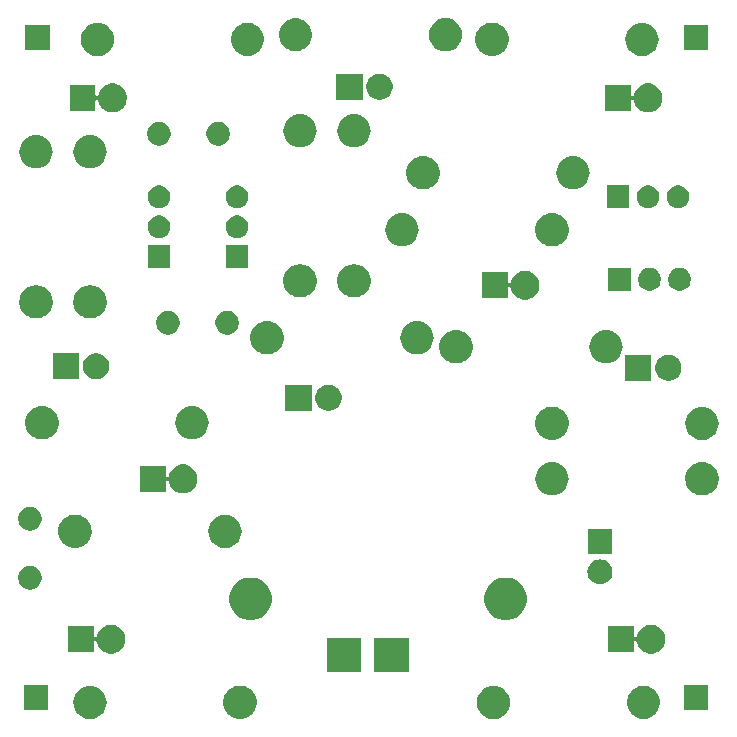
<source format=gbr>
G04 #@! TF.GenerationSoftware,KiCad,Pcbnew,(5.0.1)-4*
G04 #@! TF.CreationDate,2019-02-28T18:49:44-05:00*
G04 #@! TF.ProjectId,km-skillz-badge-kit,6B6D2D736B696C6C7A2D62616467652D,rev?*
G04 #@! TF.SameCoordinates,Original*
G04 #@! TF.FileFunction,Soldermask,Top*
G04 #@! TF.FilePolarity,Negative*
%FSLAX46Y46*%
G04 Gerber Fmt 4.6, Leading zero omitted, Abs format (unit mm)*
G04 Created by KiCad (PCBNEW (5.0.1)-4) date 2/28/2019 6:49:44 PM*
%MOMM*%
%LPD*%
G01*
G04 APERTURE LIST*
%ADD10C,0.100000*%
G04 APERTURE END LIST*
D10*
G36*
X139940276Y-110758104D02*
X140109299Y-110791725D01*
X140364664Y-110897500D01*
X140594488Y-111051064D01*
X140789936Y-111246512D01*
X140943500Y-111476336D01*
X141049275Y-111731701D01*
X141103200Y-112002798D01*
X141103200Y-112279202D01*
X141049275Y-112550299D01*
X140943500Y-112805664D01*
X140789936Y-113035488D01*
X140594488Y-113230936D01*
X140364664Y-113384500D01*
X140109299Y-113490275D01*
X139973751Y-113517237D01*
X139838203Y-113544200D01*
X139561797Y-113544200D01*
X139426249Y-113517237D01*
X139290701Y-113490275D01*
X139035336Y-113384500D01*
X138805512Y-113230936D01*
X138610064Y-113035488D01*
X138456500Y-112805664D01*
X138350725Y-112550299D01*
X138296800Y-112279202D01*
X138296800Y-112002798D01*
X138350725Y-111731701D01*
X138456500Y-111476336D01*
X138610064Y-111246512D01*
X138805512Y-111051064D01*
X139035336Y-110897500D01*
X139290701Y-110791725D01*
X139459724Y-110758104D01*
X139561797Y-110737800D01*
X139838203Y-110737800D01*
X139940276Y-110758104D01*
X139940276Y-110758104D01*
G37*
G36*
X161438075Y-110758104D02*
X161702579Y-110838340D01*
X161946348Y-110968637D01*
X162160013Y-111143987D01*
X162335363Y-111357652D01*
X162465660Y-111601421D01*
X162545896Y-111865925D01*
X162572989Y-112141000D01*
X162545896Y-112416075D01*
X162465660Y-112680579D01*
X162335363Y-112924348D01*
X162160013Y-113138013D01*
X161946348Y-113313363D01*
X161702579Y-113443660D01*
X161702576Y-113443661D01*
X161438075Y-113523896D01*
X161231929Y-113544200D01*
X161094071Y-113544200D01*
X160887925Y-113523896D01*
X160623424Y-113443661D01*
X160623421Y-113443660D01*
X160379652Y-113313363D01*
X160165987Y-113138013D01*
X159990637Y-112924348D01*
X159860340Y-112680579D01*
X159780104Y-112416075D01*
X159753011Y-112141000D01*
X159780104Y-111865925D01*
X159860340Y-111601421D01*
X159990637Y-111357652D01*
X160165987Y-111143987D01*
X160379652Y-110968637D01*
X160623421Y-110838340D01*
X160887925Y-110758104D01*
X161094071Y-110737800D01*
X161231929Y-110737800D01*
X161438075Y-110758104D01*
X161438075Y-110758104D01*
G37*
G36*
X174103276Y-110758104D02*
X174272299Y-110791725D01*
X174527664Y-110897500D01*
X174757488Y-111051064D01*
X174952936Y-111246512D01*
X175106500Y-111476336D01*
X175212275Y-111731701D01*
X175266200Y-112002798D01*
X175266200Y-112279202D01*
X175212275Y-112550299D01*
X175106500Y-112805664D01*
X174952936Y-113035488D01*
X174757488Y-113230936D01*
X174527664Y-113384500D01*
X174272299Y-113490275D01*
X174136751Y-113517237D01*
X174001203Y-113544200D01*
X173724797Y-113544200D01*
X173589249Y-113517237D01*
X173453701Y-113490275D01*
X173198336Y-113384500D01*
X172968512Y-113230936D01*
X172773064Y-113035488D01*
X172619500Y-112805664D01*
X172513725Y-112550299D01*
X172459800Y-112279202D01*
X172459800Y-112002798D01*
X172513725Y-111731701D01*
X172619500Y-111476336D01*
X172773064Y-111246512D01*
X172968512Y-111051064D01*
X173198336Y-110897500D01*
X173453701Y-110791725D01*
X173622724Y-110758104D01*
X173724797Y-110737800D01*
X174001203Y-110737800D01*
X174103276Y-110758104D01*
X174103276Y-110758104D01*
G37*
G36*
X127275075Y-110758104D02*
X127539579Y-110838340D01*
X127783348Y-110968637D01*
X127997013Y-111143987D01*
X128172363Y-111357652D01*
X128302660Y-111601421D01*
X128382896Y-111865925D01*
X128409989Y-112141000D01*
X128382896Y-112416075D01*
X128302660Y-112680579D01*
X128172363Y-112924348D01*
X127997013Y-113138013D01*
X127783348Y-113313363D01*
X127539579Y-113443660D01*
X127539576Y-113443661D01*
X127275075Y-113523896D01*
X127068929Y-113544200D01*
X126931071Y-113544200D01*
X126724925Y-113523896D01*
X126460424Y-113443661D01*
X126460421Y-113443660D01*
X126216652Y-113313363D01*
X126002987Y-113138013D01*
X125827637Y-112924348D01*
X125697340Y-112680579D01*
X125617104Y-112416075D01*
X125590011Y-112141000D01*
X125617104Y-111865925D01*
X125697340Y-111601421D01*
X125827637Y-111357652D01*
X126002987Y-111143987D01*
X126216652Y-110968637D01*
X126460421Y-110838340D01*
X126724925Y-110758104D01*
X126931071Y-110737800D01*
X127068929Y-110737800D01*
X127275075Y-110758104D01*
X127275075Y-110758104D01*
G37*
G36*
X179361200Y-112813200D02*
X177254800Y-112813200D01*
X177254800Y-110706800D01*
X179361200Y-110706800D01*
X179361200Y-112813200D01*
X179361200Y-112813200D01*
G37*
G36*
X123481200Y-112813200D02*
X121374800Y-112813200D01*
X121374800Y-110706800D01*
X123481200Y-110706800D01*
X123481200Y-112813200D01*
X123481200Y-112813200D01*
G37*
G36*
X149974800Y-109606400D02*
X147028400Y-109606400D01*
X147028400Y-106700000D01*
X149974800Y-106700000D01*
X149974800Y-109606400D01*
X149974800Y-109606400D01*
G37*
G36*
X153974800Y-109606400D02*
X151028400Y-109606400D01*
X151028400Y-106700000D01*
X153974800Y-106700000D01*
X153974800Y-109606400D01*
X153974800Y-109606400D01*
G37*
G36*
X174657160Y-105595573D02*
X174853627Y-105634652D01*
X174993546Y-105692609D01*
X175075508Y-105726559D01*
X175075509Y-105726560D01*
X175275193Y-105859984D01*
X175445016Y-106029807D01*
X175533965Y-106162930D01*
X175578441Y-106229492D01*
X175612391Y-106311454D01*
X175670348Y-106451373D01*
X175707175Y-106636518D01*
X175717200Y-106686919D01*
X175717200Y-106927081D01*
X175714088Y-106942725D01*
X175670348Y-107162627D01*
X175612391Y-107302546D01*
X175578441Y-107384508D01*
X175578440Y-107384509D01*
X175445016Y-107584193D01*
X175275193Y-107754016D01*
X175142070Y-107842965D01*
X175075508Y-107887441D01*
X174993546Y-107921391D01*
X174853627Y-107979348D01*
X174657160Y-108018427D01*
X174618081Y-108026200D01*
X174377919Y-108026200D01*
X174338840Y-108018427D01*
X174142373Y-107979348D01*
X174002454Y-107921391D01*
X173920492Y-107887441D01*
X173853930Y-107842965D01*
X173720807Y-107754016D01*
X173550984Y-107584193D01*
X173417560Y-107384509D01*
X173417559Y-107384508D01*
X173383609Y-107302546D01*
X173325652Y-107162627D01*
X173301760Y-107042509D01*
X173294533Y-107018685D01*
X173282797Y-106996728D01*
X173267003Y-106977483D01*
X173247758Y-106961689D01*
X173225801Y-106949952D01*
X173201977Y-106942725D01*
X173177200Y-106940285D01*
X173152424Y-106942725D01*
X173128600Y-106949952D01*
X173106643Y-106961688D01*
X173087398Y-106977482D01*
X173071604Y-106996727D01*
X173059867Y-107018684D01*
X173052640Y-107042508D01*
X173050200Y-107067285D01*
X173050200Y-107899200D01*
X170865800Y-107899200D01*
X170865800Y-105714800D01*
X173050200Y-105714800D01*
X173050200Y-106546715D01*
X173052640Y-106571491D01*
X173059867Y-106595316D01*
X173071603Y-106617272D01*
X173087397Y-106636518D01*
X173106643Y-106652312D01*
X173128599Y-106664048D01*
X173152424Y-106671275D01*
X173177200Y-106673715D01*
X173201976Y-106671275D01*
X173225801Y-106664048D01*
X173247757Y-106652312D01*
X173267003Y-106636518D01*
X173282797Y-106617272D01*
X173294533Y-106595316D01*
X173301760Y-106571491D01*
X173325652Y-106451373D01*
X173383609Y-106311454D01*
X173417559Y-106229492D01*
X173462035Y-106162930D01*
X173550984Y-106029807D01*
X173720807Y-105859984D01*
X173920491Y-105726560D01*
X173920492Y-105726559D01*
X174002454Y-105692609D01*
X174142373Y-105634652D01*
X174338840Y-105595573D01*
X174377919Y-105587800D01*
X174618081Y-105587800D01*
X174657160Y-105595573D01*
X174657160Y-105595573D01*
G37*
G36*
X128937160Y-105595573D02*
X129133627Y-105634652D01*
X129273546Y-105692609D01*
X129355508Y-105726559D01*
X129355509Y-105726560D01*
X129555193Y-105859984D01*
X129725016Y-106029807D01*
X129813965Y-106162930D01*
X129858441Y-106229492D01*
X129892391Y-106311454D01*
X129950348Y-106451373D01*
X129987175Y-106636518D01*
X129997200Y-106686919D01*
X129997200Y-106927081D01*
X129994088Y-106942725D01*
X129950348Y-107162627D01*
X129892391Y-107302546D01*
X129858441Y-107384508D01*
X129858440Y-107384509D01*
X129725016Y-107584193D01*
X129555193Y-107754016D01*
X129422070Y-107842965D01*
X129355508Y-107887441D01*
X129273546Y-107921391D01*
X129133627Y-107979348D01*
X128937160Y-108018427D01*
X128898081Y-108026200D01*
X128657919Y-108026200D01*
X128618840Y-108018427D01*
X128422373Y-107979348D01*
X128282454Y-107921391D01*
X128200492Y-107887441D01*
X128133930Y-107842965D01*
X128000807Y-107754016D01*
X127830984Y-107584193D01*
X127697560Y-107384509D01*
X127697559Y-107384508D01*
X127663609Y-107302546D01*
X127605652Y-107162627D01*
X127581760Y-107042509D01*
X127574533Y-107018685D01*
X127562797Y-106996728D01*
X127547003Y-106977483D01*
X127527758Y-106961689D01*
X127505801Y-106949952D01*
X127481977Y-106942725D01*
X127457200Y-106940285D01*
X127432424Y-106942725D01*
X127408600Y-106949952D01*
X127386643Y-106961688D01*
X127367398Y-106977482D01*
X127351604Y-106996727D01*
X127339867Y-107018684D01*
X127332640Y-107042508D01*
X127330200Y-107067285D01*
X127330200Y-107899200D01*
X125145800Y-107899200D01*
X125145800Y-105714800D01*
X127330200Y-105714800D01*
X127330200Y-106546715D01*
X127332640Y-106571491D01*
X127339867Y-106595316D01*
X127351603Y-106617272D01*
X127367397Y-106636518D01*
X127386643Y-106652312D01*
X127408599Y-106664048D01*
X127432424Y-106671275D01*
X127457200Y-106673715D01*
X127481976Y-106671275D01*
X127505801Y-106664048D01*
X127527757Y-106652312D01*
X127547003Y-106636518D01*
X127562797Y-106617272D01*
X127574533Y-106595316D01*
X127581760Y-106571491D01*
X127605652Y-106451373D01*
X127663609Y-106311454D01*
X127697559Y-106229492D01*
X127742035Y-106162930D01*
X127830984Y-106029807D01*
X128000807Y-105859984D01*
X128200491Y-105726560D01*
X128200492Y-105726559D01*
X128282454Y-105692609D01*
X128422373Y-105634652D01*
X128618840Y-105595573D01*
X128657919Y-105587800D01*
X128898081Y-105587800D01*
X128937160Y-105595573D01*
X128937160Y-105595573D01*
G37*
G36*
X162424184Y-101600988D02*
X162701327Y-101656115D01*
X163027216Y-101791103D01*
X163320503Y-101987071D01*
X163569929Y-102236497D01*
X163765897Y-102529784D01*
X163900885Y-102855673D01*
X163969700Y-103201632D01*
X163969700Y-103554368D01*
X163900885Y-103900327D01*
X163765897Y-104226216D01*
X163569929Y-104519503D01*
X163320503Y-104768929D01*
X163027216Y-104964897D01*
X162701327Y-105099885D01*
X162424184Y-105155012D01*
X162355369Y-105168700D01*
X162002631Y-105168700D01*
X161933816Y-105155012D01*
X161656673Y-105099885D01*
X161330784Y-104964897D01*
X161037497Y-104768929D01*
X160788071Y-104519503D01*
X160592103Y-104226216D01*
X160457115Y-103900327D01*
X160388300Y-103554368D01*
X160388300Y-103201632D01*
X160457115Y-102855673D01*
X160592103Y-102529784D01*
X160788071Y-102236497D01*
X161037497Y-101987071D01*
X161330784Y-101791103D01*
X161656673Y-101656115D01*
X161933816Y-101600988D01*
X162002631Y-101587300D01*
X162355369Y-101587300D01*
X162424184Y-101600988D01*
X162424184Y-101600988D01*
G37*
G36*
X140834184Y-101600988D02*
X141111327Y-101656115D01*
X141437216Y-101791103D01*
X141730503Y-101987071D01*
X141979929Y-102236497D01*
X142175897Y-102529784D01*
X142310885Y-102855673D01*
X142379700Y-103201632D01*
X142379700Y-103554368D01*
X142310885Y-103900327D01*
X142175897Y-104226216D01*
X141979929Y-104519503D01*
X141730503Y-104768929D01*
X141437216Y-104964897D01*
X141111327Y-105099885D01*
X140834184Y-105155012D01*
X140765369Y-105168700D01*
X140412631Y-105168700D01*
X140343816Y-105155012D01*
X140066673Y-105099885D01*
X139740784Y-104964897D01*
X139447497Y-104768929D01*
X139198071Y-104519503D01*
X139002103Y-104226216D01*
X138867115Y-103900327D01*
X138798300Y-103554368D01*
X138798300Y-103201632D01*
X138867115Y-102855673D01*
X139002103Y-102529784D01*
X139198071Y-102236497D01*
X139447497Y-101987071D01*
X139740784Y-101791103D01*
X140066673Y-101656115D01*
X140343816Y-101600988D01*
X140412631Y-101587300D01*
X140765369Y-101587300D01*
X140834184Y-101600988D01*
X140834184Y-101600988D01*
G37*
G36*
X122212623Y-100635352D02*
X122212626Y-100635353D01*
X122212625Y-100635353D01*
X122395191Y-100710974D01*
X122559503Y-100820764D01*
X122699236Y-100960497D01*
X122809026Y-101124809D01*
X122874988Y-101284055D01*
X122884648Y-101307377D01*
X122923200Y-101501193D01*
X122923200Y-101698807D01*
X122884648Y-101892623D01*
X122884647Y-101892625D01*
X122809026Y-102075191D01*
X122699236Y-102239503D01*
X122559503Y-102379236D01*
X122395191Y-102489026D01*
X122235945Y-102554988D01*
X122212623Y-102564648D01*
X122018807Y-102603200D01*
X121821193Y-102603200D01*
X121627377Y-102564648D01*
X121604055Y-102554988D01*
X121444809Y-102489026D01*
X121280497Y-102379236D01*
X121140764Y-102239503D01*
X121030974Y-102075191D01*
X120955353Y-101892625D01*
X120955352Y-101892623D01*
X120916800Y-101698807D01*
X120916800Y-101501193D01*
X120955352Y-101307377D01*
X120965012Y-101284055D01*
X121030974Y-101124809D01*
X121140764Y-100960497D01*
X121280497Y-100820764D01*
X121444809Y-100710974D01*
X121627375Y-100635353D01*
X121627374Y-100635353D01*
X121627377Y-100635352D01*
X121821193Y-100596800D01*
X122018807Y-100596800D01*
X122212623Y-100635352D01*
X122212623Y-100635352D01*
G37*
G36*
X170386464Y-100054039D02*
X170584991Y-100114262D01*
X170767957Y-100212060D01*
X170928328Y-100343672D01*
X171059940Y-100504043D01*
X171157738Y-100687009D01*
X171217961Y-100885536D01*
X171238296Y-101092000D01*
X171217961Y-101298464D01*
X171157738Y-101496991D01*
X171059940Y-101679957D01*
X170928328Y-101840328D01*
X170767957Y-101971940D01*
X170584991Y-102069738D01*
X170386464Y-102129961D01*
X170231741Y-102145200D01*
X170128259Y-102145200D01*
X169973536Y-102129961D01*
X169775009Y-102069738D01*
X169592043Y-101971940D01*
X169431672Y-101840328D01*
X169300060Y-101679957D01*
X169202262Y-101496991D01*
X169142039Y-101298464D01*
X169121704Y-101092000D01*
X169142039Y-100885536D01*
X169202262Y-100687009D01*
X169300060Y-100504043D01*
X169431672Y-100343672D01*
X169592043Y-100212060D01*
X169775009Y-100114262D01*
X169973536Y-100054039D01*
X170128259Y-100038800D01*
X170231741Y-100038800D01*
X170386464Y-100054039D01*
X170386464Y-100054039D01*
G37*
G36*
X171233200Y-99605200D02*
X169126800Y-99605200D01*
X169126800Y-97498800D01*
X171233200Y-97498800D01*
X171233200Y-99605200D01*
X171233200Y-99605200D01*
G37*
G36*
X138705075Y-96280104D02*
X138794983Y-96307377D01*
X138969579Y-96360340D01*
X139213348Y-96490637D01*
X139427013Y-96665987D01*
X139602363Y-96879652D01*
X139732660Y-97123421D01*
X139812896Y-97387925D01*
X139839989Y-97663000D01*
X139812896Y-97938075D01*
X139732660Y-98202579D01*
X139602363Y-98446348D01*
X139427013Y-98660013D01*
X139213348Y-98835363D01*
X138969579Y-98965660D01*
X138969576Y-98965661D01*
X138705075Y-99045896D01*
X138498929Y-99066200D01*
X138361071Y-99066200D01*
X138154925Y-99045896D01*
X137890424Y-98965661D01*
X137890421Y-98965660D01*
X137646652Y-98835363D01*
X137432987Y-98660013D01*
X137257637Y-98446348D01*
X137127340Y-98202579D01*
X137047104Y-97938075D01*
X137020011Y-97663000D01*
X137047104Y-97387925D01*
X137127340Y-97123421D01*
X137257637Y-96879652D01*
X137432987Y-96665987D01*
X137646652Y-96490637D01*
X137890421Y-96360340D01*
X138065018Y-96307377D01*
X138154925Y-96280104D01*
X138361071Y-96259800D01*
X138498929Y-96259800D01*
X138705075Y-96280104D01*
X138705075Y-96280104D01*
G37*
G36*
X125970276Y-96280104D02*
X126139299Y-96313725D01*
X126394664Y-96419500D01*
X126624488Y-96573064D01*
X126819936Y-96768512D01*
X126973500Y-96998336D01*
X127073394Y-97239503D01*
X127079275Y-97253702D01*
X127126085Y-97489026D01*
X127133200Y-97524798D01*
X127133200Y-97801202D01*
X127079275Y-98072299D01*
X126973500Y-98327664D01*
X126819936Y-98557488D01*
X126624488Y-98752936D01*
X126394664Y-98906500D01*
X126139299Y-99012275D01*
X126003751Y-99039237D01*
X125868203Y-99066200D01*
X125591797Y-99066200D01*
X125456249Y-99039237D01*
X125320701Y-99012275D01*
X125065336Y-98906500D01*
X124835512Y-98752936D01*
X124640064Y-98557488D01*
X124486500Y-98327664D01*
X124380725Y-98072299D01*
X124326800Y-97801202D01*
X124326800Y-97524798D01*
X124333916Y-97489026D01*
X124380725Y-97253702D01*
X124386606Y-97239503D01*
X124486500Y-96998336D01*
X124640064Y-96768512D01*
X124835512Y-96573064D01*
X125065336Y-96419500D01*
X125320701Y-96313725D01*
X125489724Y-96280104D01*
X125591797Y-96259800D01*
X125868203Y-96259800D01*
X125970276Y-96280104D01*
X125970276Y-96280104D01*
G37*
G36*
X122212623Y-95635352D02*
X122212626Y-95635353D01*
X122212625Y-95635353D01*
X122395191Y-95710974D01*
X122559503Y-95820764D01*
X122699236Y-95960497D01*
X122809026Y-96124809D01*
X122864941Y-96259800D01*
X122884648Y-96307377D01*
X122923200Y-96501193D01*
X122923200Y-96698807D01*
X122884648Y-96892623D01*
X122884647Y-96892625D01*
X122809026Y-97075191D01*
X122699236Y-97239503D01*
X122559503Y-97379236D01*
X122395191Y-97489026D01*
X122235945Y-97554988D01*
X122212623Y-97564648D01*
X122018807Y-97603200D01*
X121821193Y-97603200D01*
X121627377Y-97564648D01*
X121604055Y-97554988D01*
X121444809Y-97489026D01*
X121280497Y-97379236D01*
X121140764Y-97239503D01*
X121030974Y-97075191D01*
X120955353Y-96892625D01*
X120955352Y-96892623D01*
X120916800Y-96698807D01*
X120916800Y-96501193D01*
X120955352Y-96307377D01*
X120975059Y-96259800D01*
X121030974Y-96124809D01*
X121140764Y-95960497D01*
X121280497Y-95820764D01*
X121444809Y-95710974D01*
X121627375Y-95635353D01*
X121627374Y-95635353D01*
X121627377Y-95635352D01*
X121821193Y-95596800D01*
X122018807Y-95596800D01*
X122212623Y-95635352D01*
X122212623Y-95635352D01*
G37*
G36*
X166391075Y-91835104D02*
X166655579Y-91915340D01*
X166899348Y-92045637D01*
X167113013Y-92220987D01*
X167288363Y-92434652D01*
X167418660Y-92678421D01*
X167498896Y-92942925D01*
X167525989Y-93218000D01*
X167498896Y-93493075D01*
X167418660Y-93757579D01*
X167288363Y-94001348D01*
X167113013Y-94215013D01*
X166899348Y-94390363D01*
X166655579Y-94520660D01*
X166655576Y-94520661D01*
X166391075Y-94600896D01*
X166184929Y-94621200D01*
X166047071Y-94621200D01*
X165840925Y-94600896D01*
X165576424Y-94520661D01*
X165576421Y-94520660D01*
X165332652Y-94390363D01*
X165118987Y-94215013D01*
X164943637Y-94001348D01*
X164813340Y-93757579D01*
X164733104Y-93493075D01*
X164706011Y-93218000D01*
X164733104Y-92942925D01*
X164813340Y-92678421D01*
X164943637Y-92434652D01*
X165118987Y-92220987D01*
X165332652Y-92045637D01*
X165576421Y-91915340D01*
X165840925Y-91835104D01*
X166047071Y-91814800D01*
X166184929Y-91814800D01*
X166391075Y-91835104D01*
X166391075Y-91835104D01*
G37*
G36*
X179056276Y-91835104D02*
X179225299Y-91868725D01*
X179480664Y-91974500D01*
X179710488Y-92128064D01*
X179905936Y-92323512D01*
X180059500Y-92553336D01*
X180165275Y-92808701D01*
X180165275Y-92808702D01*
X180219200Y-93079797D01*
X180219200Y-93356203D01*
X180199844Y-93453509D01*
X180165275Y-93627299D01*
X180059500Y-93882664D01*
X179905936Y-94112488D01*
X179710488Y-94307936D01*
X179480664Y-94461500D01*
X179225299Y-94567275D01*
X179089751Y-94594237D01*
X178954203Y-94621200D01*
X178677797Y-94621200D01*
X178542249Y-94594237D01*
X178406701Y-94567275D01*
X178151336Y-94461500D01*
X177921512Y-94307936D01*
X177726064Y-94112488D01*
X177572500Y-93882664D01*
X177466725Y-93627299D01*
X177432156Y-93453509D01*
X177412800Y-93356203D01*
X177412800Y-93079797D01*
X177466725Y-92808702D01*
X177466725Y-92808701D01*
X177572500Y-92553336D01*
X177726064Y-92323512D01*
X177921512Y-92128064D01*
X178151336Y-91974500D01*
X178406701Y-91868725D01*
X178575724Y-91835104D01*
X178677797Y-91814800D01*
X178954203Y-91814800D01*
X179056276Y-91835104D01*
X179056276Y-91835104D01*
G37*
G36*
X135033160Y-92006573D02*
X135229627Y-92045652D01*
X135369546Y-92103609D01*
X135451508Y-92137559D01*
X135451509Y-92137560D01*
X135651193Y-92270984D01*
X135821016Y-92440807D01*
X135896205Y-92553336D01*
X135954441Y-92640492D01*
X135970153Y-92678424D01*
X136046348Y-92862373D01*
X136083175Y-93047518D01*
X136093200Y-93097919D01*
X136093200Y-93338081D01*
X136089595Y-93356203D01*
X136046348Y-93573627D01*
X135988391Y-93713546D01*
X135954441Y-93795508D01*
X135954440Y-93795509D01*
X135821016Y-93995193D01*
X135651193Y-94165016D01*
X135518070Y-94253965D01*
X135451508Y-94298441D01*
X135369546Y-94332391D01*
X135229627Y-94390348D01*
X135033160Y-94429427D01*
X134994081Y-94437200D01*
X134753919Y-94437200D01*
X134714840Y-94429427D01*
X134518373Y-94390348D01*
X134378454Y-94332391D01*
X134296492Y-94298441D01*
X134229930Y-94253965D01*
X134096807Y-94165016D01*
X133926984Y-93995193D01*
X133793560Y-93795509D01*
X133793559Y-93795508D01*
X133759609Y-93713546D01*
X133701652Y-93573627D01*
X133677760Y-93453509D01*
X133670533Y-93429685D01*
X133658797Y-93407728D01*
X133643003Y-93388483D01*
X133623758Y-93372689D01*
X133601801Y-93360952D01*
X133577977Y-93353725D01*
X133553200Y-93351285D01*
X133528424Y-93353725D01*
X133504600Y-93360952D01*
X133482643Y-93372688D01*
X133463398Y-93388482D01*
X133447604Y-93407727D01*
X133435867Y-93429684D01*
X133428640Y-93453508D01*
X133426200Y-93478285D01*
X133426200Y-94310200D01*
X131241800Y-94310200D01*
X131241800Y-92125800D01*
X133426200Y-92125800D01*
X133426200Y-92957715D01*
X133428640Y-92982491D01*
X133435867Y-93006316D01*
X133447603Y-93028272D01*
X133463397Y-93047518D01*
X133482643Y-93063312D01*
X133504599Y-93075048D01*
X133528424Y-93082275D01*
X133553200Y-93084715D01*
X133577976Y-93082275D01*
X133601801Y-93075048D01*
X133623757Y-93063312D01*
X133643003Y-93047518D01*
X133658797Y-93028272D01*
X133670533Y-93006316D01*
X133677760Y-92982491D01*
X133701652Y-92862373D01*
X133777847Y-92678424D01*
X133793559Y-92640492D01*
X133851795Y-92553336D01*
X133926984Y-92440807D01*
X134096807Y-92270984D01*
X134296491Y-92137560D01*
X134296492Y-92137559D01*
X134378454Y-92103609D01*
X134518373Y-92045652D01*
X134714840Y-92006573D01*
X134753919Y-91998800D01*
X134994081Y-91998800D01*
X135033160Y-92006573D01*
X135033160Y-92006573D01*
G37*
G36*
X179091075Y-87136104D02*
X179355579Y-87216340D01*
X179599348Y-87346637D01*
X179813013Y-87521987D01*
X179988363Y-87735652D01*
X180118660Y-87979421D01*
X180198896Y-88243925D01*
X180225989Y-88519000D01*
X180198896Y-88794075D01*
X180118660Y-89058579D01*
X179988363Y-89302348D01*
X179813013Y-89516013D01*
X179599348Y-89691363D01*
X179355579Y-89821660D01*
X179355576Y-89821661D01*
X179091075Y-89901896D01*
X178884929Y-89922200D01*
X178747071Y-89922200D01*
X178540925Y-89901896D01*
X178276424Y-89821661D01*
X178276421Y-89821660D01*
X178032652Y-89691363D01*
X177818987Y-89516013D01*
X177643637Y-89302348D01*
X177513340Y-89058579D01*
X177433104Y-88794075D01*
X177406011Y-88519000D01*
X177433104Y-88243925D01*
X177513340Y-87979421D01*
X177643637Y-87735652D01*
X177818987Y-87521987D01*
X178032652Y-87346637D01*
X178276421Y-87216340D01*
X178540925Y-87136104D01*
X178747071Y-87115800D01*
X178884929Y-87115800D01*
X179091075Y-87136104D01*
X179091075Y-87136104D01*
G37*
G36*
X166356276Y-87136104D02*
X166525299Y-87169725D01*
X166780664Y-87275500D01*
X167010488Y-87429064D01*
X167205936Y-87624512D01*
X167359500Y-87854336D01*
X167465275Y-88109701D01*
X167519200Y-88380798D01*
X167519200Y-88657202D01*
X167465275Y-88928299D01*
X167359500Y-89183664D01*
X167205936Y-89413488D01*
X167010488Y-89608936D01*
X166780664Y-89762500D01*
X166525299Y-89868275D01*
X166389750Y-89895238D01*
X166254203Y-89922200D01*
X165977797Y-89922200D01*
X165842250Y-89895238D01*
X165706701Y-89868275D01*
X165451336Y-89762500D01*
X165221512Y-89608936D01*
X165026064Y-89413488D01*
X164872500Y-89183664D01*
X164766725Y-88928299D01*
X164712800Y-88657202D01*
X164712800Y-88380798D01*
X164766725Y-88109701D01*
X164872500Y-87854336D01*
X165026064Y-87624512D01*
X165221512Y-87429064D01*
X165451336Y-87275500D01*
X165706701Y-87169725D01*
X165875724Y-87136104D01*
X165977797Y-87115800D01*
X166254203Y-87115800D01*
X166356276Y-87136104D01*
X166356276Y-87136104D01*
G37*
G36*
X123176276Y-87085304D02*
X123345299Y-87118925D01*
X123600664Y-87224700D01*
X123830488Y-87378264D01*
X124025936Y-87573712D01*
X124179500Y-87803536D01*
X124285275Y-88058901D01*
X124339200Y-88329998D01*
X124339200Y-88606402D01*
X124285275Y-88877499D01*
X124179500Y-89132864D01*
X124025936Y-89362688D01*
X123830488Y-89558136D01*
X123600664Y-89711700D01*
X123345299Y-89817475D01*
X123209751Y-89844437D01*
X123074203Y-89871400D01*
X122797797Y-89871400D01*
X122662249Y-89844437D01*
X122526701Y-89817475D01*
X122271336Y-89711700D01*
X122041512Y-89558136D01*
X121846064Y-89362688D01*
X121692500Y-89132864D01*
X121586725Y-88877499D01*
X121532800Y-88606402D01*
X121532800Y-88329998D01*
X121586725Y-88058901D01*
X121692500Y-87803536D01*
X121846064Y-87573712D01*
X122041512Y-87378264D01*
X122271336Y-87224700D01*
X122526701Y-87118925D01*
X122695724Y-87085304D01*
X122797797Y-87065000D01*
X123074203Y-87065000D01*
X123176276Y-87085304D01*
X123176276Y-87085304D01*
G37*
G36*
X135911075Y-87085304D02*
X136175579Y-87165540D01*
X136419348Y-87295837D01*
X136633013Y-87471187D01*
X136808363Y-87684852D01*
X136938660Y-87928621D01*
X137018896Y-88193125D01*
X137045989Y-88468200D01*
X137018896Y-88743275D01*
X136938660Y-89007779D01*
X136808363Y-89251548D01*
X136633013Y-89465213D01*
X136419348Y-89640563D01*
X136175579Y-89770860D01*
X135911075Y-89851096D01*
X135704929Y-89871400D01*
X135567071Y-89871400D01*
X135360925Y-89851096D01*
X135096421Y-89770860D01*
X134852652Y-89640563D01*
X134638987Y-89465213D01*
X134463637Y-89251548D01*
X134333340Y-89007779D01*
X134253104Y-88743275D01*
X134226011Y-88468200D01*
X134253104Y-88193125D01*
X134333340Y-87928621D01*
X134463637Y-87684852D01*
X134638987Y-87471187D01*
X134852652Y-87295837D01*
X135096421Y-87165540D01*
X135360925Y-87085304D01*
X135567071Y-87065000D01*
X135704929Y-87065000D01*
X135911075Y-87085304D01*
X135911075Y-87085304D01*
G37*
G36*
X147514792Y-85299195D02*
X147715561Y-85382357D01*
X147896249Y-85503089D01*
X148049911Y-85656751D01*
X148170643Y-85837439D01*
X148253805Y-86038208D01*
X148296200Y-86251344D01*
X148296200Y-86468656D01*
X148253805Y-86681792D01*
X148170643Y-86882561D01*
X148049911Y-87063249D01*
X147896249Y-87216911D01*
X147715561Y-87337643D01*
X147514792Y-87420805D01*
X147301656Y-87463200D01*
X147084344Y-87463200D01*
X146871208Y-87420805D01*
X146670439Y-87337643D01*
X146489751Y-87216911D01*
X146336089Y-87063249D01*
X146215357Y-86882561D01*
X146132195Y-86681792D01*
X146089800Y-86468656D01*
X146089800Y-86251344D01*
X146132195Y-86038208D01*
X146215357Y-85837439D01*
X146336089Y-85656751D01*
X146489751Y-85503089D01*
X146670439Y-85382357D01*
X146871208Y-85299195D01*
X147084344Y-85256800D01*
X147301656Y-85256800D01*
X147514792Y-85299195D01*
X147514792Y-85299195D01*
G37*
G36*
X145756200Y-87463200D02*
X143549800Y-87463200D01*
X143549800Y-85256800D01*
X145756200Y-85256800D01*
X145756200Y-87463200D01*
X145756200Y-87463200D01*
G37*
G36*
X174534400Y-84923200D02*
X172328000Y-84923200D01*
X172328000Y-82716800D01*
X174534400Y-82716800D01*
X174534400Y-84923200D01*
X174534400Y-84923200D01*
G37*
G36*
X176292992Y-82759195D02*
X176493761Y-82842357D01*
X176674449Y-82963089D01*
X176828111Y-83116751D01*
X176948843Y-83297439D01*
X177032005Y-83498208D01*
X177074400Y-83711344D01*
X177074400Y-83928656D01*
X177032005Y-84141792D01*
X176948843Y-84342561D01*
X176828111Y-84523249D01*
X176674449Y-84676911D01*
X176493761Y-84797643D01*
X176292992Y-84880805D01*
X176079856Y-84923200D01*
X175862544Y-84923200D01*
X175649408Y-84880805D01*
X175448639Y-84797643D01*
X175267951Y-84676911D01*
X175114289Y-84523249D01*
X174993557Y-84342561D01*
X174910395Y-84141792D01*
X174868000Y-83928656D01*
X174868000Y-83711344D01*
X174910395Y-83498208D01*
X174993557Y-83297439D01*
X175114289Y-83116751D01*
X175267951Y-82963089D01*
X175448639Y-82842357D01*
X175649408Y-82759195D01*
X175862544Y-82716800D01*
X176079856Y-82716800D01*
X176292992Y-82759195D01*
X176292992Y-82759195D01*
G37*
G36*
X127829792Y-82632195D02*
X128030561Y-82715357D01*
X128211249Y-82836089D01*
X128364911Y-82989751D01*
X128485643Y-83170439D01*
X128568805Y-83371208D01*
X128611200Y-83584344D01*
X128611200Y-83801656D01*
X128568805Y-84014792D01*
X128485643Y-84215561D01*
X128364911Y-84396249D01*
X128211249Y-84549911D01*
X128030561Y-84670643D01*
X127829792Y-84753805D01*
X127616656Y-84796200D01*
X127399344Y-84796200D01*
X127186208Y-84753805D01*
X126985439Y-84670643D01*
X126804751Y-84549911D01*
X126651089Y-84396249D01*
X126530357Y-84215561D01*
X126447195Y-84014792D01*
X126404800Y-83801656D01*
X126404800Y-83584344D01*
X126447195Y-83371208D01*
X126530357Y-83170439D01*
X126651089Y-82989751D01*
X126804751Y-82836089D01*
X126985439Y-82715357D01*
X127186208Y-82632195D01*
X127399344Y-82589800D01*
X127616656Y-82589800D01*
X127829792Y-82632195D01*
X127829792Y-82632195D01*
G37*
G36*
X126071200Y-84796200D02*
X123864800Y-84796200D01*
X123864800Y-82589800D01*
X126071200Y-82589800D01*
X126071200Y-84796200D01*
X126071200Y-84796200D01*
G37*
G36*
X158228276Y-80659104D02*
X158397299Y-80692725D01*
X158652664Y-80798500D01*
X158882488Y-80952064D01*
X159077936Y-81147512D01*
X159231500Y-81377336D01*
X159337275Y-81632701D01*
X159391200Y-81903798D01*
X159391200Y-82180202D01*
X159337275Y-82451299D01*
X159231500Y-82706664D01*
X159077936Y-82936488D01*
X158882488Y-83131936D01*
X158652664Y-83285500D01*
X158397299Y-83391275D01*
X158261750Y-83418238D01*
X158126203Y-83445200D01*
X157849797Y-83445200D01*
X157714250Y-83418238D01*
X157578701Y-83391275D01*
X157323336Y-83285500D01*
X157093512Y-83131936D01*
X156898064Y-82936488D01*
X156744500Y-82706664D01*
X156638725Y-82451299D01*
X156584800Y-82180202D01*
X156584800Y-81903798D01*
X156638725Y-81632701D01*
X156744500Y-81377336D01*
X156898064Y-81147512D01*
X157093512Y-80952064D01*
X157323336Y-80798500D01*
X157578701Y-80692725D01*
X157747724Y-80659104D01*
X157849797Y-80638800D01*
X158126203Y-80638800D01*
X158228276Y-80659104D01*
X158228276Y-80659104D01*
G37*
G36*
X170963075Y-80659104D02*
X171227579Y-80739340D01*
X171471348Y-80869637D01*
X171685013Y-81044987D01*
X171860363Y-81258652D01*
X171990660Y-81502421D01*
X172070896Y-81766925D01*
X172097989Y-82042000D01*
X172070896Y-82317075D01*
X171990660Y-82581579D01*
X171860363Y-82825348D01*
X171685013Y-83039013D01*
X171471348Y-83214363D01*
X171227579Y-83344660D01*
X171227576Y-83344661D01*
X170963075Y-83424896D01*
X170756929Y-83445200D01*
X170619071Y-83445200D01*
X170412925Y-83424896D01*
X170148424Y-83344661D01*
X170148421Y-83344660D01*
X169904652Y-83214363D01*
X169690987Y-83039013D01*
X169515637Y-82825348D01*
X169385340Y-82581579D01*
X169305104Y-82317075D01*
X169278011Y-82042000D01*
X169305104Y-81766925D01*
X169385340Y-81502421D01*
X169515637Y-81258652D01*
X169690987Y-81044987D01*
X169904652Y-80869637D01*
X170148421Y-80739340D01*
X170412925Y-80659104D01*
X170619071Y-80638800D01*
X170756929Y-80638800D01*
X170963075Y-80659104D01*
X170963075Y-80659104D01*
G37*
G36*
X142226276Y-79897104D02*
X142395299Y-79930725D01*
X142650664Y-80036500D01*
X142880488Y-80190064D01*
X143075936Y-80385512D01*
X143229500Y-80615336D01*
X143335275Y-80870701D01*
X143389200Y-81141798D01*
X143389200Y-81418202D01*
X143335275Y-81689299D01*
X143229500Y-81944664D01*
X143075936Y-82174488D01*
X142880488Y-82369936D01*
X142650664Y-82523500D01*
X142395299Y-82629275D01*
X142259750Y-82656238D01*
X142124203Y-82683200D01*
X141847797Y-82683200D01*
X141712250Y-82656238D01*
X141576701Y-82629275D01*
X141321336Y-82523500D01*
X141091512Y-82369936D01*
X140896064Y-82174488D01*
X140742500Y-81944664D01*
X140636725Y-81689299D01*
X140582800Y-81418202D01*
X140582800Y-81141798D01*
X140636725Y-80870701D01*
X140742500Y-80615336D01*
X140896064Y-80385512D01*
X141091512Y-80190064D01*
X141321336Y-80036500D01*
X141576701Y-79930725D01*
X141745724Y-79897104D01*
X141847797Y-79876800D01*
X142124203Y-79876800D01*
X142226276Y-79897104D01*
X142226276Y-79897104D01*
G37*
G36*
X154961075Y-79897104D02*
X155225579Y-79977340D01*
X155469348Y-80107637D01*
X155683013Y-80282987D01*
X155858363Y-80496652D01*
X155988660Y-80740421D01*
X156068896Y-81004925D01*
X156095989Y-81280000D01*
X156068896Y-81555075D01*
X155988660Y-81819579D01*
X155858363Y-82063348D01*
X155683013Y-82277013D01*
X155469348Y-82452363D01*
X155225579Y-82582660D01*
X155225576Y-82582661D01*
X155071909Y-82629275D01*
X154961075Y-82662896D01*
X154754929Y-82683200D01*
X154617071Y-82683200D01*
X154410925Y-82662896D01*
X154300091Y-82629275D01*
X154146424Y-82582661D01*
X154146421Y-82582660D01*
X153902652Y-82452363D01*
X153688987Y-82277013D01*
X153513637Y-82063348D01*
X153383340Y-81819579D01*
X153303104Y-81555075D01*
X153276011Y-81280000D01*
X153303104Y-81004925D01*
X153383340Y-80740421D01*
X153513637Y-80496652D01*
X153688987Y-80282987D01*
X153902652Y-80107637D01*
X154146421Y-79977340D01*
X154410925Y-79897104D01*
X154617071Y-79876800D01*
X154754929Y-79876800D01*
X154961075Y-79897104D01*
X154961075Y-79897104D01*
G37*
G36*
X133896623Y-79045352D02*
X133896626Y-79045353D01*
X133896625Y-79045353D01*
X134079191Y-79120974D01*
X134243503Y-79230764D01*
X134383236Y-79370497D01*
X134493026Y-79534809D01*
X134534609Y-79635200D01*
X134568648Y-79717377D01*
X134607200Y-79911193D01*
X134607200Y-80108807D01*
X134568648Y-80302623D01*
X134568647Y-80302625D01*
X134493026Y-80485191D01*
X134383236Y-80649503D01*
X134243503Y-80789236D01*
X134079191Y-80899026D01*
X133951145Y-80952064D01*
X133896623Y-80974648D01*
X133702807Y-81013200D01*
X133505193Y-81013200D01*
X133311377Y-80974648D01*
X133256855Y-80952064D01*
X133128809Y-80899026D01*
X132964497Y-80789236D01*
X132824764Y-80649503D01*
X132714974Y-80485191D01*
X132639353Y-80302625D01*
X132639352Y-80302623D01*
X132600800Y-80108807D01*
X132600800Y-79911193D01*
X132639352Y-79717377D01*
X132673391Y-79635200D01*
X132714974Y-79534809D01*
X132824764Y-79370497D01*
X132964497Y-79230764D01*
X133128809Y-79120974D01*
X133311375Y-79045353D01*
X133311374Y-79045353D01*
X133311377Y-79045352D01*
X133505193Y-79006800D01*
X133702807Y-79006800D01*
X133896623Y-79045352D01*
X133896623Y-79045352D01*
G37*
G36*
X138896623Y-79045352D02*
X138896626Y-79045353D01*
X138896625Y-79045353D01*
X139079191Y-79120974D01*
X139243503Y-79230764D01*
X139383236Y-79370497D01*
X139493026Y-79534809D01*
X139534609Y-79635200D01*
X139568648Y-79717377D01*
X139607200Y-79911193D01*
X139607200Y-80108807D01*
X139568648Y-80302623D01*
X139568647Y-80302625D01*
X139493026Y-80485191D01*
X139383236Y-80649503D01*
X139243503Y-80789236D01*
X139079191Y-80899026D01*
X138951145Y-80952064D01*
X138896623Y-80974648D01*
X138702807Y-81013200D01*
X138505193Y-81013200D01*
X138311377Y-80974648D01*
X138256855Y-80952064D01*
X138128809Y-80899026D01*
X137964497Y-80789236D01*
X137824764Y-80649503D01*
X137714974Y-80485191D01*
X137639353Y-80302625D01*
X137639352Y-80302623D01*
X137600800Y-80108807D01*
X137600800Y-79911193D01*
X137639352Y-79717377D01*
X137673391Y-79635200D01*
X137714974Y-79534809D01*
X137824764Y-79370497D01*
X137964497Y-79230764D01*
X138128809Y-79120974D01*
X138311375Y-79045353D01*
X138311374Y-79045353D01*
X138311377Y-79045352D01*
X138505193Y-79006800D01*
X138702807Y-79006800D01*
X138896623Y-79045352D01*
X138896623Y-79045352D01*
G37*
G36*
X127273751Y-76855763D02*
X127409299Y-76882725D01*
X127664664Y-76988500D01*
X127894488Y-77142064D01*
X128089936Y-77337512D01*
X128243500Y-77567336D01*
X128349275Y-77822701D01*
X128349275Y-77822702D01*
X128395324Y-78054200D01*
X128403200Y-78093798D01*
X128403200Y-78370202D01*
X128349275Y-78641299D01*
X128243500Y-78896664D01*
X128089936Y-79126488D01*
X127894488Y-79321936D01*
X127664664Y-79475500D01*
X127409299Y-79581275D01*
X127273751Y-79608237D01*
X127138203Y-79635200D01*
X126861797Y-79635200D01*
X126726249Y-79608237D01*
X126590701Y-79581275D01*
X126335336Y-79475500D01*
X126105512Y-79321936D01*
X125910064Y-79126488D01*
X125756500Y-78896664D01*
X125650725Y-78641299D01*
X125596800Y-78370202D01*
X125596800Y-78093798D01*
X125604677Y-78054200D01*
X125650725Y-77822702D01*
X125650725Y-77822701D01*
X125756500Y-77567336D01*
X125910064Y-77337512D01*
X126105512Y-77142064D01*
X126335336Y-76988500D01*
X126590701Y-76882725D01*
X126726249Y-76855763D01*
X126861797Y-76828800D01*
X127138203Y-76828800D01*
X127273751Y-76855763D01*
X127273751Y-76855763D01*
G37*
G36*
X122701751Y-76855763D02*
X122837299Y-76882725D01*
X123092664Y-76988500D01*
X123322488Y-77142064D01*
X123517936Y-77337512D01*
X123671500Y-77567336D01*
X123777275Y-77822701D01*
X123777275Y-77822702D01*
X123823324Y-78054200D01*
X123831200Y-78093798D01*
X123831200Y-78370202D01*
X123777275Y-78641299D01*
X123671500Y-78896664D01*
X123517936Y-79126488D01*
X123322488Y-79321936D01*
X123092664Y-79475500D01*
X122837299Y-79581275D01*
X122701751Y-79608237D01*
X122566203Y-79635200D01*
X122289797Y-79635200D01*
X122154249Y-79608237D01*
X122018701Y-79581275D01*
X121763336Y-79475500D01*
X121533512Y-79321936D01*
X121338064Y-79126488D01*
X121184500Y-78896664D01*
X121078725Y-78641299D01*
X121024800Y-78370202D01*
X121024800Y-78093798D01*
X121032677Y-78054200D01*
X121078725Y-77822702D01*
X121078725Y-77822701D01*
X121184500Y-77567336D01*
X121338064Y-77337512D01*
X121533512Y-77142064D01*
X121763336Y-76988500D01*
X122018701Y-76882725D01*
X122154249Y-76855763D01*
X122289797Y-76828800D01*
X122566203Y-76828800D01*
X122701751Y-76855763D01*
X122701751Y-76855763D01*
G37*
G36*
X163989160Y-75623573D02*
X164185627Y-75662652D01*
X164307171Y-75712998D01*
X164407508Y-75754559D01*
X164407509Y-75754560D01*
X164607193Y-75887984D01*
X164777016Y-76057807D01*
X164865965Y-76190930D01*
X164910441Y-76257492D01*
X164934592Y-76315797D01*
X165002348Y-76479373D01*
X165039175Y-76664518D01*
X165049200Y-76714919D01*
X165049200Y-76955081D01*
X165046088Y-76970725D01*
X165002348Y-77190627D01*
X164976435Y-77253185D01*
X164910441Y-77412508D01*
X164910440Y-77412509D01*
X164777016Y-77612193D01*
X164607193Y-77782016D01*
X164494672Y-77857200D01*
X164407508Y-77915441D01*
X164325546Y-77949391D01*
X164185627Y-78007348D01*
X163989160Y-78046427D01*
X163950081Y-78054200D01*
X163709919Y-78054200D01*
X163670840Y-78046427D01*
X163474373Y-78007348D01*
X163334454Y-77949391D01*
X163252492Y-77915441D01*
X163165328Y-77857200D01*
X163052807Y-77782016D01*
X162882984Y-77612193D01*
X162749560Y-77412509D01*
X162749559Y-77412508D01*
X162683565Y-77253185D01*
X162657652Y-77190627D01*
X162633760Y-77070509D01*
X162626533Y-77046685D01*
X162614797Y-77024728D01*
X162599003Y-77005483D01*
X162579758Y-76989689D01*
X162557801Y-76977952D01*
X162533977Y-76970725D01*
X162509200Y-76968285D01*
X162484424Y-76970725D01*
X162460600Y-76977952D01*
X162438643Y-76989688D01*
X162419398Y-77005482D01*
X162403604Y-77024727D01*
X162391867Y-77046684D01*
X162384640Y-77070508D01*
X162382200Y-77095285D01*
X162382200Y-77927200D01*
X160197800Y-77927200D01*
X160197800Y-75742800D01*
X162382200Y-75742800D01*
X162382200Y-76574715D01*
X162384640Y-76599491D01*
X162391867Y-76623316D01*
X162403603Y-76645272D01*
X162419397Y-76664518D01*
X162438643Y-76680312D01*
X162460599Y-76692048D01*
X162484424Y-76699275D01*
X162509200Y-76701715D01*
X162533976Y-76699275D01*
X162557801Y-76692048D01*
X162579757Y-76680312D01*
X162599003Y-76664518D01*
X162614797Y-76645272D01*
X162626533Y-76623316D01*
X162633760Y-76599491D01*
X162657652Y-76479373D01*
X162725408Y-76315797D01*
X162749559Y-76257492D01*
X162794035Y-76190930D01*
X162882984Y-76057807D01*
X163052807Y-75887984D01*
X163252491Y-75754560D01*
X163252492Y-75754559D01*
X163352829Y-75712998D01*
X163474373Y-75662652D01*
X163670840Y-75623573D01*
X163709919Y-75615800D01*
X163950081Y-75615800D01*
X163989160Y-75623573D01*
X163989160Y-75623573D01*
G37*
G36*
X145053751Y-75077763D02*
X145189299Y-75104725D01*
X145444664Y-75210500D01*
X145674488Y-75364064D01*
X145869936Y-75559512D01*
X146023500Y-75789336D01*
X146129275Y-76044701D01*
X146183200Y-76315798D01*
X146183200Y-76592202D01*
X146129275Y-76863299D01*
X146023500Y-77118664D01*
X145869936Y-77348488D01*
X145674488Y-77543936D01*
X145444664Y-77697500D01*
X145189299Y-77803275D01*
X145053751Y-77830237D01*
X144918203Y-77857200D01*
X144641797Y-77857200D01*
X144506249Y-77830237D01*
X144370701Y-77803275D01*
X144115336Y-77697500D01*
X143885512Y-77543936D01*
X143690064Y-77348488D01*
X143536500Y-77118664D01*
X143430725Y-76863299D01*
X143376800Y-76592202D01*
X143376800Y-76315798D01*
X143430725Y-76044701D01*
X143536500Y-75789336D01*
X143690064Y-75559512D01*
X143885512Y-75364064D01*
X144115336Y-75210500D01*
X144370701Y-75104725D01*
X144506249Y-75077763D01*
X144641797Y-75050800D01*
X144918203Y-75050800D01*
X145053751Y-75077763D01*
X145053751Y-75077763D01*
G37*
G36*
X149625751Y-75077763D02*
X149761299Y-75104725D01*
X150016664Y-75210500D01*
X150246488Y-75364064D01*
X150441936Y-75559512D01*
X150595500Y-75789336D01*
X150701275Y-76044701D01*
X150755200Y-76315798D01*
X150755200Y-76592202D01*
X150701275Y-76863299D01*
X150595500Y-77118664D01*
X150441936Y-77348488D01*
X150246488Y-77543936D01*
X150016664Y-77697500D01*
X149761299Y-77803275D01*
X149625751Y-77830237D01*
X149490203Y-77857200D01*
X149213797Y-77857200D01*
X149078249Y-77830237D01*
X148942701Y-77803275D01*
X148687336Y-77697500D01*
X148457512Y-77543936D01*
X148262064Y-77348488D01*
X148108500Y-77118664D01*
X148002725Y-76863299D01*
X147948800Y-76592202D01*
X147948800Y-76315798D01*
X148002725Y-76044701D01*
X148108500Y-75789336D01*
X148262064Y-75559512D01*
X148457512Y-75364064D01*
X148687336Y-75210500D01*
X148942701Y-75104725D01*
X149078249Y-75077763D01*
X149213797Y-75050800D01*
X149490203Y-75050800D01*
X149625751Y-75077763D01*
X149625751Y-75077763D01*
G37*
G36*
X174651955Y-75400815D02*
X174827247Y-75473423D01*
X174985005Y-75578833D01*
X175119167Y-75712995D01*
X175224577Y-75870753D01*
X175297185Y-76046045D01*
X175334200Y-76232133D01*
X175334200Y-76421867D01*
X175297185Y-76607955D01*
X175224577Y-76783247D01*
X175119167Y-76941005D01*
X174985005Y-77075167D01*
X174827247Y-77180577D01*
X174651955Y-77253185D01*
X174465867Y-77290200D01*
X174276133Y-77290200D01*
X174090045Y-77253185D01*
X173914753Y-77180577D01*
X173756995Y-77075167D01*
X173622833Y-76941005D01*
X173517423Y-76783247D01*
X173444815Y-76607955D01*
X173407800Y-76421867D01*
X173407800Y-76232133D01*
X173444815Y-76046045D01*
X173517423Y-75870753D01*
X173622833Y-75712995D01*
X173756995Y-75578833D01*
X173914753Y-75473423D01*
X174090045Y-75400815D01*
X174276133Y-75363800D01*
X174465867Y-75363800D01*
X174651955Y-75400815D01*
X174651955Y-75400815D01*
G37*
G36*
X177191955Y-75400815D02*
X177367247Y-75473423D01*
X177525005Y-75578833D01*
X177659167Y-75712995D01*
X177764577Y-75870753D01*
X177837185Y-76046045D01*
X177874200Y-76232133D01*
X177874200Y-76421867D01*
X177837185Y-76607955D01*
X177764577Y-76783247D01*
X177659167Y-76941005D01*
X177525005Y-77075167D01*
X177367247Y-77180577D01*
X177191955Y-77253185D01*
X177005867Y-77290200D01*
X176816133Y-77290200D01*
X176630045Y-77253185D01*
X176454753Y-77180577D01*
X176296995Y-77075167D01*
X176162833Y-76941005D01*
X176057423Y-76783247D01*
X175984815Y-76607955D01*
X175947800Y-76421867D01*
X175947800Y-76232133D01*
X175984815Y-76046045D01*
X176057423Y-75870753D01*
X176162833Y-75712995D01*
X176296995Y-75578833D01*
X176454753Y-75473423D01*
X176630045Y-75400815D01*
X176816133Y-75363800D01*
X177005867Y-75363800D01*
X177191955Y-75400815D01*
X177191955Y-75400815D01*
G37*
G36*
X172794200Y-77290200D02*
X170867800Y-77290200D01*
X170867800Y-75363800D01*
X172794200Y-75363800D01*
X172794200Y-77290200D01*
X172794200Y-77290200D01*
G37*
G36*
X133805200Y-75385200D02*
X131878800Y-75385200D01*
X131878800Y-73458800D01*
X133805200Y-73458800D01*
X133805200Y-75385200D01*
X133805200Y-75385200D01*
G37*
G36*
X140409200Y-75385200D02*
X138482800Y-75385200D01*
X138482800Y-73458800D01*
X140409200Y-73458800D01*
X140409200Y-75385200D01*
X140409200Y-75385200D01*
G37*
G36*
X153691075Y-70753104D02*
X153955579Y-70833340D01*
X154199348Y-70963637D01*
X154413013Y-71138987D01*
X154588363Y-71352652D01*
X154718660Y-71596421D01*
X154798896Y-71860925D01*
X154825989Y-72136000D01*
X154798896Y-72411075D01*
X154718660Y-72675579D01*
X154588363Y-72919348D01*
X154413013Y-73133013D01*
X154199348Y-73308363D01*
X153955579Y-73438660D01*
X153955576Y-73438661D01*
X153691075Y-73518896D01*
X153484929Y-73539200D01*
X153347071Y-73539200D01*
X153140925Y-73518896D01*
X152876424Y-73438661D01*
X152876421Y-73438660D01*
X152632652Y-73308363D01*
X152418987Y-73133013D01*
X152243637Y-72919348D01*
X152113340Y-72675579D01*
X152033104Y-72411075D01*
X152006011Y-72136000D01*
X152033104Y-71860925D01*
X152113340Y-71596421D01*
X152243637Y-71352652D01*
X152418987Y-71138987D01*
X152632652Y-70963637D01*
X152876421Y-70833340D01*
X153140925Y-70753104D01*
X153347071Y-70732800D01*
X153484929Y-70732800D01*
X153691075Y-70753104D01*
X153691075Y-70753104D01*
G37*
G36*
X166356276Y-70753104D02*
X166525299Y-70786725D01*
X166780664Y-70892500D01*
X167010488Y-71046064D01*
X167205936Y-71241512D01*
X167359500Y-71471336D01*
X167465275Y-71726701D01*
X167519200Y-71997798D01*
X167519200Y-72274202D01*
X167465275Y-72545299D01*
X167359500Y-72800664D01*
X167205936Y-73030488D01*
X167010488Y-73225936D01*
X166780664Y-73379500D01*
X166525299Y-73485275D01*
X166389751Y-73512237D01*
X166254203Y-73539200D01*
X165977797Y-73539200D01*
X165842249Y-73512237D01*
X165706701Y-73485275D01*
X165451336Y-73379500D01*
X165221512Y-73225936D01*
X165026064Y-73030488D01*
X164872500Y-72800664D01*
X164766725Y-72545299D01*
X164712800Y-72274202D01*
X164712800Y-71997798D01*
X164766725Y-71726701D01*
X164872500Y-71471336D01*
X165026064Y-71241512D01*
X165221512Y-71046064D01*
X165451336Y-70892500D01*
X165706701Y-70786725D01*
X165875724Y-70753104D01*
X165977797Y-70732800D01*
X166254203Y-70732800D01*
X166356276Y-70753104D01*
X166356276Y-70753104D01*
G37*
G36*
X133122955Y-70955815D02*
X133298247Y-71028423D01*
X133456005Y-71133833D01*
X133590167Y-71267995D01*
X133695577Y-71425753D01*
X133768185Y-71601045D01*
X133805200Y-71787133D01*
X133805200Y-71976867D01*
X133768185Y-72162955D01*
X133695577Y-72338247D01*
X133590167Y-72496005D01*
X133456005Y-72630167D01*
X133298247Y-72735577D01*
X133122955Y-72808185D01*
X132936867Y-72845200D01*
X132747133Y-72845200D01*
X132561045Y-72808185D01*
X132385753Y-72735577D01*
X132227995Y-72630167D01*
X132093833Y-72496005D01*
X131988423Y-72338247D01*
X131915815Y-72162955D01*
X131878800Y-71976867D01*
X131878800Y-71787133D01*
X131915815Y-71601045D01*
X131988423Y-71425753D01*
X132093833Y-71267995D01*
X132227995Y-71133833D01*
X132385753Y-71028423D01*
X132561045Y-70955815D01*
X132747133Y-70918800D01*
X132936867Y-70918800D01*
X133122955Y-70955815D01*
X133122955Y-70955815D01*
G37*
G36*
X139726955Y-70955815D02*
X139902247Y-71028423D01*
X140060005Y-71133833D01*
X140194167Y-71267995D01*
X140299577Y-71425753D01*
X140372185Y-71601045D01*
X140409200Y-71787133D01*
X140409200Y-71976867D01*
X140372185Y-72162955D01*
X140299577Y-72338247D01*
X140194167Y-72496005D01*
X140060005Y-72630167D01*
X139902247Y-72735577D01*
X139726955Y-72808185D01*
X139540867Y-72845200D01*
X139351133Y-72845200D01*
X139165045Y-72808185D01*
X138989753Y-72735577D01*
X138831995Y-72630167D01*
X138697833Y-72496005D01*
X138592423Y-72338247D01*
X138519815Y-72162955D01*
X138482800Y-71976867D01*
X138482800Y-71787133D01*
X138519815Y-71601045D01*
X138592423Y-71425753D01*
X138697833Y-71267995D01*
X138831995Y-71133833D01*
X138989753Y-71028423D01*
X139165045Y-70955815D01*
X139351133Y-70918800D01*
X139540867Y-70918800D01*
X139726955Y-70955815D01*
X139726955Y-70955815D01*
G37*
G36*
X172667200Y-70305200D02*
X170740800Y-70305200D01*
X170740800Y-68378800D01*
X172667200Y-68378800D01*
X172667200Y-70305200D01*
X172667200Y-70305200D01*
G37*
G36*
X174524955Y-68415815D02*
X174700247Y-68488423D01*
X174858005Y-68593833D01*
X174992167Y-68727995D01*
X175097577Y-68885753D01*
X175170185Y-69061045D01*
X175207200Y-69247133D01*
X175207200Y-69436867D01*
X175170185Y-69622955D01*
X175097577Y-69798247D01*
X174992167Y-69956005D01*
X174858005Y-70090167D01*
X174700247Y-70195577D01*
X174524955Y-70268185D01*
X174338867Y-70305200D01*
X174149133Y-70305200D01*
X173963045Y-70268185D01*
X173787753Y-70195577D01*
X173629995Y-70090167D01*
X173495833Y-69956005D01*
X173390423Y-69798247D01*
X173317815Y-69622955D01*
X173280800Y-69436867D01*
X173280800Y-69247133D01*
X173317815Y-69061045D01*
X173390423Y-68885753D01*
X173495833Y-68727995D01*
X173629995Y-68593833D01*
X173787753Y-68488423D01*
X173963045Y-68415815D01*
X174149133Y-68378800D01*
X174338867Y-68378800D01*
X174524955Y-68415815D01*
X174524955Y-68415815D01*
G37*
G36*
X139726955Y-68415815D02*
X139902247Y-68488423D01*
X140060005Y-68593833D01*
X140194167Y-68727995D01*
X140299577Y-68885753D01*
X140372185Y-69061045D01*
X140409200Y-69247133D01*
X140409200Y-69436867D01*
X140372185Y-69622955D01*
X140299577Y-69798247D01*
X140194167Y-69956005D01*
X140060005Y-70090167D01*
X139902247Y-70195577D01*
X139726955Y-70268185D01*
X139540867Y-70305200D01*
X139351133Y-70305200D01*
X139165045Y-70268185D01*
X138989753Y-70195577D01*
X138831995Y-70090167D01*
X138697833Y-69956005D01*
X138592423Y-69798247D01*
X138519815Y-69622955D01*
X138482800Y-69436867D01*
X138482800Y-69247133D01*
X138519815Y-69061045D01*
X138592423Y-68885753D01*
X138697833Y-68727995D01*
X138831995Y-68593833D01*
X138989753Y-68488423D01*
X139165045Y-68415815D01*
X139351133Y-68378800D01*
X139540867Y-68378800D01*
X139726955Y-68415815D01*
X139726955Y-68415815D01*
G37*
G36*
X133122955Y-68415815D02*
X133298247Y-68488423D01*
X133456005Y-68593833D01*
X133590167Y-68727995D01*
X133695577Y-68885753D01*
X133768185Y-69061045D01*
X133805200Y-69247133D01*
X133805200Y-69436867D01*
X133768185Y-69622955D01*
X133695577Y-69798247D01*
X133590167Y-69956005D01*
X133456005Y-70090167D01*
X133298247Y-70195577D01*
X133122955Y-70268185D01*
X132936867Y-70305200D01*
X132747133Y-70305200D01*
X132561045Y-70268185D01*
X132385753Y-70195577D01*
X132227995Y-70090167D01*
X132093833Y-69956005D01*
X131988423Y-69798247D01*
X131915815Y-69622955D01*
X131878800Y-69436867D01*
X131878800Y-69247133D01*
X131915815Y-69061045D01*
X131988423Y-68885753D01*
X132093833Y-68727995D01*
X132227995Y-68593833D01*
X132385753Y-68488423D01*
X132561045Y-68415815D01*
X132747133Y-68378800D01*
X132936867Y-68378800D01*
X133122955Y-68415815D01*
X133122955Y-68415815D01*
G37*
G36*
X177064955Y-68415815D02*
X177240247Y-68488423D01*
X177398005Y-68593833D01*
X177532167Y-68727995D01*
X177637577Y-68885753D01*
X177710185Y-69061045D01*
X177747200Y-69247133D01*
X177747200Y-69436867D01*
X177710185Y-69622955D01*
X177637577Y-69798247D01*
X177532167Y-69956005D01*
X177398005Y-70090167D01*
X177240247Y-70195577D01*
X177064955Y-70268185D01*
X176878867Y-70305200D01*
X176689133Y-70305200D01*
X176503045Y-70268185D01*
X176327753Y-70195577D01*
X176169995Y-70090167D01*
X176035833Y-69956005D01*
X175930423Y-69798247D01*
X175857815Y-69622955D01*
X175820800Y-69436867D01*
X175820800Y-69247133D01*
X175857815Y-69061045D01*
X175930423Y-68885753D01*
X176035833Y-68727995D01*
X176169995Y-68593833D01*
X176327753Y-68488423D01*
X176503045Y-68415815D01*
X176689133Y-68378800D01*
X176878867Y-68378800D01*
X177064955Y-68415815D01*
X177064955Y-68415815D01*
G37*
G36*
X168169075Y-65927104D02*
X168433579Y-66007340D01*
X168677348Y-66137637D01*
X168891013Y-66312987D01*
X169066363Y-66526652D01*
X169196660Y-66770421D01*
X169276896Y-67034925D01*
X169303989Y-67310000D01*
X169276896Y-67585075D01*
X169196660Y-67849579D01*
X169066363Y-68093348D01*
X168891013Y-68307013D01*
X168677348Y-68482363D01*
X168433579Y-68612660D01*
X168433576Y-68612661D01*
X168169075Y-68692896D01*
X167962929Y-68713200D01*
X167825071Y-68713200D01*
X167618925Y-68692896D01*
X167354424Y-68612661D01*
X167354421Y-68612660D01*
X167110652Y-68482363D01*
X166896987Y-68307013D01*
X166721637Y-68093348D01*
X166591340Y-67849579D01*
X166511104Y-67585075D01*
X166484011Y-67310000D01*
X166511104Y-67034925D01*
X166591340Y-66770421D01*
X166721637Y-66526652D01*
X166896987Y-66312987D01*
X167110652Y-66137637D01*
X167354421Y-66007340D01*
X167618925Y-65927104D01*
X167825071Y-65906800D01*
X167962929Y-65906800D01*
X168169075Y-65927104D01*
X168169075Y-65927104D01*
G37*
G36*
X155434276Y-65927104D02*
X155603299Y-65960725D01*
X155858664Y-66066500D01*
X156088488Y-66220064D01*
X156283936Y-66415512D01*
X156437500Y-66645336D01*
X156543275Y-66900701D01*
X156597200Y-67171798D01*
X156597200Y-67448202D01*
X156543275Y-67719299D01*
X156437500Y-67974664D01*
X156283936Y-68204488D01*
X156088488Y-68399936D01*
X155858664Y-68553500D01*
X155603299Y-68659275D01*
X155467750Y-68686238D01*
X155332203Y-68713200D01*
X155055797Y-68713200D01*
X154920250Y-68686238D01*
X154784701Y-68659275D01*
X154529336Y-68553500D01*
X154299512Y-68399936D01*
X154104064Y-68204488D01*
X153950500Y-67974664D01*
X153844725Y-67719299D01*
X153790800Y-67448202D01*
X153790800Y-67171798D01*
X153844725Y-66900701D01*
X153950500Y-66645336D01*
X154104064Y-66415512D01*
X154299512Y-66220064D01*
X154529336Y-66066500D01*
X154784701Y-65960725D01*
X154953724Y-65927104D01*
X155055797Y-65906800D01*
X155332203Y-65906800D01*
X155434276Y-65927104D01*
X155434276Y-65927104D01*
G37*
G36*
X122703075Y-64149104D02*
X122967579Y-64229340D01*
X123211348Y-64359637D01*
X123425013Y-64534987D01*
X123600363Y-64748652D01*
X123730660Y-64992421D01*
X123810896Y-65256925D01*
X123837989Y-65532000D01*
X123810896Y-65807075D01*
X123730660Y-66071579D01*
X123600363Y-66315348D01*
X123425013Y-66529013D01*
X123211348Y-66704363D01*
X122967579Y-66834660D01*
X122703075Y-66914896D01*
X122496929Y-66935200D01*
X122359071Y-66935200D01*
X122152925Y-66914896D01*
X121888421Y-66834660D01*
X121644652Y-66704363D01*
X121430987Y-66529013D01*
X121255637Y-66315348D01*
X121125340Y-66071579D01*
X121045104Y-65807075D01*
X121018011Y-65532000D01*
X121045104Y-65256925D01*
X121125340Y-64992421D01*
X121255637Y-64748652D01*
X121430987Y-64534987D01*
X121644652Y-64359637D01*
X121888421Y-64229340D01*
X122152925Y-64149104D01*
X122359071Y-64128800D01*
X122496929Y-64128800D01*
X122703075Y-64149104D01*
X122703075Y-64149104D01*
G37*
G36*
X127275075Y-64149104D02*
X127539579Y-64229340D01*
X127783348Y-64359637D01*
X127997013Y-64534987D01*
X128172363Y-64748652D01*
X128302660Y-64992421D01*
X128382896Y-65256925D01*
X128409989Y-65532000D01*
X128382896Y-65807075D01*
X128302660Y-66071579D01*
X128172363Y-66315348D01*
X127997013Y-66529013D01*
X127783348Y-66704363D01*
X127539579Y-66834660D01*
X127539576Y-66834661D01*
X127275075Y-66914896D01*
X127068929Y-66935200D01*
X126931071Y-66935200D01*
X126724925Y-66914896D01*
X126460424Y-66834661D01*
X126460421Y-66834660D01*
X126216652Y-66704363D01*
X126002987Y-66529013D01*
X125827637Y-66315348D01*
X125697340Y-66071579D01*
X125617104Y-65807075D01*
X125590011Y-65532000D01*
X125617104Y-65256925D01*
X125697340Y-64992421D01*
X125827637Y-64748652D01*
X126002987Y-64534987D01*
X126216652Y-64359637D01*
X126460421Y-64229340D01*
X126724925Y-64149104D01*
X126931071Y-64128800D01*
X127068929Y-64128800D01*
X127275075Y-64149104D01*
X127275075Y-64149104D01*
G37*
G36*
X149627075Y-62371104D02*
X149891579Y-62451340D01*
X150135348Y-62581637D01*
X150349013Y-62756987D01*
X150524363Y-62970652D01*
X150654660Y-63214421D01*
X150734896Y-63478925D01*
X150761989Y-63754000D01*
X150734896Y-64029075D01*
X150654660Y-64293579D01*
X150524363Y-64537348D01*
X150349013Y-64751013D01*
X150135348Y-64926363D01*
X149891579Y-65056660D01*
X149891576Y-65056661D01*
X149627075Y-65136896D01*
X149420929Y-65157200D01*
X149283071Y-65157200D01*
X149076925Y-65136896D01*
X148812424Y-65056661D01*
X148812421Y-65056660D01*
X148568652Y-64926363D01*
X148354987Y-64751013D01*
X148179637Y-64537348D01*
X148049340Y-64293579D01*
X147969104Y-64029075D01*
X147942011Y-63754000D01*
X147969104Y-63478925D01*
X148049340Y-63214421D01*
X148179637Y-62970652D01*
X148354987Y-62756987D01*
X148568652Y-62581637D01*
X148812421Y-62451340D01*
X149076925Y-62371104D01*
X149283071Y-62350800D01*
X149420929Y-62350800D01*
X149627075Y-62371104D01*
X149627075Y-62371104D01*
G37*
G36*
X145055075Y-62371104D02*
X145319579Y-62451340D01*
X145563348Y-62581637D01*
X145777013Y-62756987D01*
X145952363Y-62970652D01*
X146082660Y-63214421D01*
X146162896Y-63478925D01*
X146189989Y-63754000D01*
X146162896Y-64029075D01*
X146082660Y-64293579D01*
X145952363Y-64537348D01*
X145777013Y-64751013D01*
X145563348Y-64926363D01*
X145319579Y-65056660D01*
X145055075Y-65136896D01*
X144848929Y-65157200D01*
X144711071Y-65157200D01*
X144504925Y-65136896D01*
X144240421Y-65056660D01*
X143996652Y-64926363D01*
X143782987Y-64751013D01*
X143607637Y-64537348D01*
X143477340Y-64293579D01*
X143397104Y-64029075D01*
X143370011Y-63754000D01*
X143397104Y-63478925D01*
X143477340Y-63214421D01*
X143607637Y-62970652D01*
X143782987Y-62756987D01*
X143996652Y-62581637D01*
X144240421Y-62451340D01*
X144504925Y-62371104D01*
X144711071Y-62350800D01*
X144848929Y-62350800D01*
X145055075Y-62371104D01*
X145055075Y-62371104D01*
G37*
G36*
X133134623Y-63043352D02*
X133134626Y-63043353D01*
X133134625Y-63043353D01*
X133317191Y-63118974D01*
X133481503Y-63228764D01*
X133621236Y-63368497D01*
X133731026Y-63532809D01*
X133796988Y-63692055D01*
X133806648Y-63715377D01*
X133845200Y-63909193D01*
X133845200Y-64106807D01*
X133806648Y-64300623D01*
X133806647Y-64300625D01*
X133731026Y-64483191D01*
X133621236Y-64647503D01*
X133481503Y-64787236D01*
X133317191Y-64897026D01*
X133157945Y-64962988D01*
X133134623Y-64972648D01*
X132940807Y-65011200D01*
X132743193Y-65011200D01*
X132549377Y-64972648D01*
X132526055Y-64962988D01*
X132366809Y-64897026D01*
X132202497Y-64787236D01*
X132062764Y-64647503D01*
X131952974Y-64483191D01*
X131877353Y-64300625D01*
X131877352Y-64300623D01*
X131838800Y-64106807D01*
X131838800Y-63909193D01*
X131877352Y-63715377D01*
X131887012Y-63692055D01*
X131952974Y-63532809D01*
X132062764Y-63368497D01*
X132202497Y-63228764D01*
X132366809Y-63118974D01*
X132549375Y-63043353D01*
X132549374Y-63043353D01*
X132549377Y-63043352D01*
X132743193Y-63004800D01*
X132940807Y-63004800D01*
X133134623Y-63043352D01*
X133134623Y-63043352D01*
G37*
G36*
X138134623Y-63043352D02*
X138134626Y-63043353D01*
X138134625Y-63043353D01*
X138317191Y-63118974D01*
X138481503Y-63228764D01*
X138621236Y-63368497D01*
X138731026Y-63532809D01*
X138796988Y-63692055D01*
X138806648Y-63715377D01*
X138845200Y-63909193D01*
X138845200Y-64106807D01*
X138806648Y-64300623D01*
X138806647Y-64300625D01*
X138731026Y-64483191D01*
X138621236Y-64647503D01*
X138481503Y-64787236D01*
X138317191Y-64897026D01*
X138157945Y-64962988D01*
X138134623Y-64972648D01*
X137940807Y-65011200D01*
X137743193Y-65011200D01*
X137549377Y-64972648D01*
X137526055Y-64962988D01*
X137366809Y-64897026D01*
X137202497Y-64787236D01*
X137062764Y-64647503D01*
X136952974Y-64483191D01*
X136877353Y-64300625D01*
X136877352Y-64300623D01*
X136838800Y-64106807D01*
X136838800Y-63909193D01*
X136877352Y-63715377D01*
X136887012Y-63692055D01*
X136952974Y-63532809D01*
X137062764Y-63368497D01*
X137202497Y-63228764D01*
X137366809Y-63118974D01*
X137549375Y-63043353D01*
X137549374Y-63043353D01*
X137549377Y-63043352D01*
X137743193Y-63004800D01*
X137940807Y-63004800D01*
X138134623Y-63043352D01*
X138134623Y-63043352D01*
G37*
G36*
X129064160Y-59748573D02*
X129260627Y-59787652D01*
X129400546Y-59845609D01*
X129482508Y-59879559D01*
X129482509Y-59879560D01*
X129682193Y-60012984D01*
X129852016Y-60182807D01*
X129940965Y-60315930D01*
X129985441Y-60382492D01*
X130019391Y-60464454D01*
X130077348Y-60604373D01*
X130114175Y-60789518D01*
X130124200Y-60839919D01*
X130124200Y-61080081D01*
X130121088Y-61095725D01*
X130077348Y-61315627D01*
X130019391Y-61455546D01*
X129985441Y-61537508D01*
X129985440Y-61537509D01*
X129852016Y-61737193D01*
X129682193Y-61907016D01*
X129549070Y-61995965D01*
X129482508Y-62040441D01*
X129400546Y-62074391D01*
X129260627Y-62132348D01*
X129064160Y-62171427D01*
X129025081Y-62179200D01*
X128784919Y-62179200D01*
X128745840Y-62171427D01*
X128549373Y-62132348D01*
X128409454Y-62074391D01*
X128327492Y-62040441D01*
X128260930Y-61995965D01*
X128127807Y-61907016D01*
X127957984Y-61737193D01*
X127824560Y-61537509D01*
X127824559Y-61537508D01*
X127790609Y-61455546D01*
X127732652Y-61315627D01*
X127708760Y-61195509D01*
X127701533Y-61171685D01*
X127689797Y-61149728D01*
X127674003Y-61130483D01*
X127654758Y-61114689D01*
X127632801Y-61102952D01*
X127608977Y-61095725D01*
X127584200Y-61093285D01*
X127559424Y-61095725D01*
X127535600Y-61102952D01*
X127513643Y-61114688D01*
X127494398Y-61130482D01*
X127478604Y-61149727D01*
X127466867Y-61171684D01*
X127459640Y-61195508D01*
X127457200Y-61220285D01*
X127457200Y-62052200D01*
X125272800Y-62052200D01*
X125272800Y-59867800D01*
X127457200Y-59867800D01*
X127457200Y-60699715D01*
X127459640Y-60724491D01*
X127466867Y-60748316D01*
X127478603Y-60770272D01*
X127494397Y-60789518D01*
X127513643Y-60805312D01*
X127535599Y-60817048D01*
X127559424Y-60824275D01*
X127584200Y-60826715D01*
X127608976Y-60824275D01*
X127632801Y-60817048D01*
X127654757Y-60805312D01*
X127674003Y-60789518D01*
X127689797Y-60770272D01*
X127701533Y-60748316D01*
X127708760Y-60724491D01*
X127732652Y-60604373D01*
X127790609Y-60464454D01*
X127824559Y-60382492D01*
X127869035Y-60315930D01*
X127957984Y-60182807D01*
X128127807Y-60012984D01*
X128327491Y-59879560D01*
X128327492Y-59879559D01*
X128409454Y-59845609D01*
X128549373Y-59787652D01*
X128745840Y-59748573D01*
X128784919Y-59740800D01*
X129025081Y-59740800D01*
X129064160Y-59748573D01*
X129064160Y-59748573D01*
G37*
G36*
X174403160Y-59748573D02*
X174599627Y-59787652D01*
X174739546Y-59845609D01*
X174821508Y-59879559D01*
X174821509Y-59879560D01*
X175021193Y-60012984D01*
X175191016Y-60182807D01*
X175279965Y-60315930D01*
X175324441Y-60382492D01*
X175358391Y-60464454D01*
X175416348Y-60604373D01*
X175453175Y-60789518D01*
X175463200Y-60839919D01*
X175463200Y-61080081D01*
X175460088Y-61095725D01*
X175416348Y-61315627D01*
X175358391Y-61455546D01*
X175324441Y-61537508D01*
X175324440Y-61537509D01*
X175191016Y-61737193D01*
X175021193Y-61907016D01*
X174888070Y-61995965D01*
X174821508Y-62040441D01*
X174739546Y-62074391D01*
X174599627Y-62132348D01*
X174403160Y-62171427D01*
X174364081Y-62179200D01*
X174123919Y-62179200D01*
X174084840Y-62171427D01*
X173888373Y-62132348D01*
X173748454Y-62074391D01*
X173666492Y-62040441D01*
X173599930Y-61995965D01*
X173466807Y-61907016D01*
X173296984Y-61737193D01*
X173163560Y-61537509D01*
X173163559Y-61537508D01*
X173129609Y-61455546D01*
X173071652Y-61315627D01*
X173047760Y-61195509D01*
X173040533Y-61171685D01*
X173028797Y-61149728D01*
X173013003Y-61130483D01*
X172993758Y-61114689D01*
X172971801Y-61102952D01*
X172947977Y-61095725D01*
X172923200Y-61093285D01*
X172898424Y-61095725D01*
X172874600Y-61102952D01*
X172852643Y-61114688D01*
X172833398Y-61130482D01*
X172817604Y-61149727D01*
X172805867Y-61171684D01*
X172798640Y-61195508D01*
X172796200Y-61220285D01*
X172796200Y-62052200D01*
X170611800Y-62052200D01*
X170611800Y-59867800D01*
X172796200Y-59867800D01*
X172796200Y-60699715D01*
X172798640Y-60724491D01*
X172805867Y-60748316D01*
X172817603Y-60770272D01*
X172833397Y-60789518D01*
X172852643Y-60805312D01*
X172874599Y-60817048D01*
X172898424Y-60824275D01*
X172923200Y-60826715D01*
X172947976Y-60824275D01*
X172971801Y-60817048D01*
X172993757Y-60805312D01*
X173013003Y-60789518D01*
X173028797Y-60770272D01*
X173040533Y-60748316D01*
X173047760Y-60724491D01*
X173071652Y-60604373D01*
X173129609Y-60464454D01*
X173163559Y-60382492D01*
X173208035Y-60315930D01*
X173296984Y-60182807D01*
X173466807Y-60012984D01*
X173666491Y-59879560D01*
X173666492Y-59879559D01*
X173748454Y-59845609D01*
X173888373Y-59787652D01*
X174084840Y-59748573D01*
X174123919Y-59740800D01*
X174364081Y-59740800D01*
X174403160Y-59748573D01*
X174403160Y-59748573D01*
G37*
G36*
X151832792Y-58959395D02*
X152033561Y-59042557D01*
X152214249Y-59163289D01*
X152367911Y-59316951D01*
X152488643Y-59497639D01*
X152571805Y-59698408D01*
X152614200Y-59911544D01*
X152614200Y-60128856D01*
X152571805Y-60341992D01*
X152488643Y-60542761D01*
X152367911Y-60723449D01*
X152214249Y-60877111D01*
X152033561Y-60997843D01*
X151832792Y-61081005D01*
X151619656Y-61123400D01*
X151402344Y-61123400D01*
X151189208Y-61081005D01*
X150988439Y-60997843D01*
X150807751Y-60877111D01*
X150654089Y-60723449D01*
X150533357Y-60542761D01*
X150450195Y-60341992D01*
X150407800Y-60128856D01*
X150407800Y-59911544D01*
X150450195Y-59698408D01*
X150533357Y-59497639D01*
X150654089Y-59316951D01*
X150807751Y-59163289D01*
X150988439Y-59042557D01*
X151189208Y-58959395D01*
X151402344Y-58917000D01*
X151619656Y-58917000D01*
X151832792Y-58959395D01*
X151832792Y-58959395D01*
G37*
G36*
X150074200Y-61123400D02*
X147867800Y-61123400D01*
X147867800Y-58917000D01*
X150074200Y-58917000D01*
X150074200Y-61123400D01*
X150074200Y-61123400D01*
G37*
G36*
X140575276Y-54624104D02*
X140744299Y-54657725D01*
X140999664Y-54763500D01*
X141229488Y-54917064D01*
X141424936Y-55112512D01*
X141578500Y-55342336D01*
X141684275Y-55597701D01*
X141738200Y-55868798D01*
X141738200Y-56145202D01*
X141684275Y-56416299D01*
X141578500Y-56671664D01*
X141424936Y-56901488D01*
X141229488Y-57096936D01*
X140999664Y-57250500D01*
X140744299Y-57356275D01*
X140608751Y-57383237D01*
X140473203Y-57410200D01*
X140196797Y-57410200D01*
X140061249Y-57383237D01*
X139925701Y-57356275D01*
X139670336Y-57250500D01*
X139440512Y-57096936D01*
X139245064Y-56901488D01*
X139091500Y-56671664D01*
X138985725Y-56416299D01*
X138931800Y-56145202D01*
X138931800Y-55868798D01*
X138985725Y-55597701D01*
X139091500Y-55342336D01*
X139245064Y-55112512D01*
X139440512Y-54917064D01*
X139670336Y-54763500D01*
X139925701Y-54657725D01*
X140094724Y-54624104D01*
X140196797Y-54603800D01*
X140473203Y-54603800D01*
X140575276Y-54624104D01*
X140575276Y-54624104D01*
G37*
G36*
X127910075Y-54624104D02*
X128174579Y-54704340D01*
X128418348Y-54834637D01*
X128632013Y-55009987D01*
X128807363Y-55223652D01*
X128937660Y-55467421D01*
X129017896Y-55731925D01*
X129044989Y-56007000D01*
X129017896Y-56282075D01*
X128937660Y-56546579D01*
X128807363Y-56790348D01*
X128632013Y-57004013D01*
X128418348Y-57179363D01*
X128174579Y-57309660D01*
X127910075Y-57389896D01*
X127703929Y-57410200D01*
X127566071Y-57410200D01*
X127359925Y-57389896D01*
X127095421Y-57309660D01*
X126851652Y-57179363D01*
X126637987Y-57004013D01*
X126462637Y-56790348D01*
X126332340Y-56546579D01*
X126252104Y-56282075D01*
X126225011Y-56007000D01*
X126252104Y-55731925D01*
X126332340Y-55467421D01*
X126462637Y-55223652D01*
X126637987Y-55009987D01*
X126851652Y-54834637D01*
X127095421Y-54704340D01*
X127359925Y-54624104D01*
X127566071Y-54603800D01*
X127703929Y-54603800D01*
X127910075Y-54624104D01*
X127910075Y-54624104D01*
G37*
G36*
X174011075Y-54624104D02*
X174275579Y-54704340D01*
X174519348Y-54834637D01*
X174733013Y-55009987D01*
X174908363Y-55223652D01*
X175038660Y-55467421D01*
X175118896Y-55731925D01*
X175145989Y-56007000D01*
X175118896Y-56282075D01*
X175038660Y-56546579D01*
X174908363Y-56790348D01*
X174733013Y-57004013D01*
X174519348Y-57179363D01*
X174275579Y-57309660D01*
X174011075Y-57389896D01*
X173804929Y-57410200D01*
X173667071Y-57410200D01*
X173460925Y-57389896D01*
X173196421Y-57309660D01*
X172952652Y-57179363D01*
X172738987Y-57004013D01*
X172563637Y-56790348D01*
X172433340Y-56546579D01*
X172353104Y-56282075D01*
X172326011Y-56007000D01*
X172353104Y-55731925D01*
X172433340Y-55467421D01*
X172563637Y-55223652D01*
X172738987Y-55009987D01*
X172952652Y-54834637D01*
X173196421Y-54704340D01*
X173460925Y-54624104D01*
X173667071Y-54603800D01*
X173804929Y-54603800D01*
X174011075Y-54624104D01*
X174011075Y-54624104D01*
G37*
G36*
X161276276Y-54624104D02*
X161445299Y-54657725D01*
X161700664Y-54763500D01*
X161930488Y-54917064D01*
X162125936Y-55112512D01*
X162279500Y-55342336D01*
X162385275Y-55597701D01*
X162439200Y-55868798D01*
X162439200Y-56145202D01*
X162385275Y-56416299D01*
X162279500Y-56671664D01*
X162125936Y-56901488D01*
X161930488Y-57096936D01*
X161700664Y-57250500D01*
X161445299Y-57356275D01*
X161309751Y-57383237D01*
X161174203Y-57410200D01*
X160897797Y-57410200D01*
X160762249Y-57383237D01*
X160626701Y-57356275D01*
X160371336Y-57250500D01*
X160141512Y-57096936D01*
X159946064Y-56901488D01*
X159792500Y-56671664D01*
X159686725Y-56416299D01*
X159632800Y-56145202D01*
X159632800Y-55868798D01*
X159686725Y-55597701D01*
X159792500Y-55342336D01*
X159946064Y-55112512D01*
X160141512Y-54917064D01*
X160371336Y-54763500D01*
X160626701Y-54657725D01*
X160795724Y-54624104D01*
X160897797Y-54603800D01*
X161174203Y-54603800D01*
X161276276Y-54624104D01*
X161276276Y-54624104D01*
G37*
G36*
X144639276Y-54243104D02*
X144808299Y-54276725D01*
X145063664Y-54382500D01*
X145293488Y-54536064D01*
X145488936Y-54731512D01*
X145642500Y-54961336D01*
X145748275Y-55216701D01*
X145802200Y-55487798D01*
X145802200Y-55764202D01*
X145748275Y-56035299D01*
X145642500Y-56290664D01*
X145488936Y-56520488D01*
X145293488Y-56715936D01*
X145063664Y-56869500D01*
X144808299Y-56975275D01*
X144672750Y-57002238D01*
X144537203Y-57029200D01*
X144260797Y-57029200D01*
X144125250Y-57002238D01*
X143989701Y-56975275D01*
X143734336Y-56869500D01*
X143504512Y-56715936D01*
X143309064Y-56520488D01*
X143155500Y-56290664D01*
X143049725Y-56035299D01*
X142995800Y-55764202D01*
X142995800Y-55487798D01*
X143049725Y-55216701D01*
X143155500Y-54961336D01*
X143309064Y-54731512D01*
X143504512Y-54536064D01*
X143734336Y-54382500D01*
X143989701Y-54276725D01*
X144158724Y-54243104D01*
X144260797Y-54222800D01*
X144537203Y-54222800D01*
X144639276Y-54243104D01*
X144639276Y-54243104D01*
G37*
G36*
X157374075Y-54243104D02*
X157638579Y-54323340D01*
X157882348Y-54453637D01*
X158096013Y-54628987D01*
X158271363Y-54842652D01*
X158401660Y-55086421D01*
X158481896Y-55350925D01*
X158508989Y-55626000D01*
X158481896Y-55901075D01*
X158401660Y-56165579D01*
X158271363Y-56409348D01*
X158096013Y-56623013D01*
X157882348Y-56798363D01*
X157638579Y-56928660D01*
X157638576Y-56928661D01*
X157374075Y-57008896D01*
X157167929Y-57029200D01*
X157030071Y-57029200D01*
X156823925Y-57008896D01*
X156559424Y-56928661D01*
X156559421Y-56928660D01*
X156315652Y-56798363D01*
X156101987Y-56623013D01*
X155926637Y-56409348D01*
X155796340Y-56165579D01*
X155716104Y-55901075D01*
X155689011Y-55626000D01*
X155716104Y-55350925D01*
X155796340Y-55086421D01*
X155926637Y-54842652D01*
X156101987Y-54628987D01*
X156315652Y-54453637D01*
X156559421Y-54323340D01*
X156823925Y-54243104D01*
X157030071Y-54222800D01*
X157167929Y-54222800D01*
X157374075Y-54243104D01*
X157374075Y-54243104D01*
G37*
G36*
X179361200Y-56933200D02*
X177254800Y-56933200D01*
X177254800Y-54826800D01*
X179361200Y-54826800D01*
X179361200Y-56933200D01*
X179361200Y-56933200D01*
G37*
G36*
X123608200Y-56933200D02*
X121501800Y-56933200D01*
X121501800Y-54826800D01*
X123608200Y-54826800D01*
X123608200Y-56933200D01*
X123608200Y-56933200D01*
G37*
M02*

</source>
